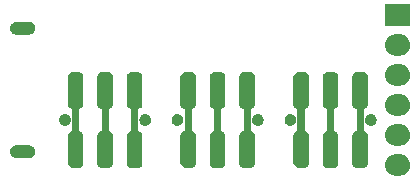
<source format=gbs>
%TF.GenerationSoftware,KiCad,Pcbnew,7.0.11*%
%TF.CreationDate,2025-12-26T11:46:50-08:00*%
%TF.ProjectId,uart-friend-c,75617274-2d66-4726-9965-6e642d632e6b,rev?*%
%TF.SameCoordinates,PX9765530PY6521e48*%
%TF.FileFunction,Soldermask,Bot*%
%TF.FilePolarity,Negative*%
%FSLAX46Y46*%
G04 Gerber Fmt 4.6, Leading zero omitted, Abs format (unit mm)*
G04 Created by KiCad (PCBNEW 7.0.11) date 2025-12-26 11:46:50*
%MOMM*%
%LPD*%
G01*
G04 APERTURE LIST*
G04 APERTURE END LIST*
G36*
X29998584Y3453476D02*
G01*
X30088548Y3448913D01*
X30137282Y3438899D01*
X30187348Y3433636D01*
X30229439Y3419960D01*
X30270824Y3411455D01*
X30318248Y3391104D01*
X30368995Y3374615D01*
X30404674Y3354016D01*
X30440646Y3338579D01*
X30485573Y3307309D01*
X30534401Y3279118D01*
X30562751Y3253592D01*
X30592324Y3233008D01*
X30632194Y3191064D01*
X30676337Y3151318D01*
X30696966Y3122925D01*
X30719650Y3099061D01*
X30751927Y3047277D01*
X30788601Y2996800D01*
X30801629Y2967538D01*
X30817402Y2942233D01*
X30839692Y2882046D01*
X30866285Y2822318D01*
X30872308Y2793979D01*
X30881586Y2768929D01*
X30891786Y2702344D01*
X30905995Y2635497D01*
X30905995Y2609594D01*
X30909569Y2586263D01*
X30905995Y2515788D01*
X30905995Y2444503D01*
X30901247Y2422167D01*
X30900209Y2401694D01*
X30881705Y2330232D01*
X30866285Y2257682D01*
X30858246Y2239628D01*
X30853887Y2222790D01*
X30819915Y2153533D01*
X30788601Y2083200D01*
X30778795Y2069704D01*
X30772504Y2056878D01*
X30723186Y1993165D01*
X30676337Y1928682D01*
X30666227Y1919580D01*
X30659383Y1910737D01*
X30595492Y1855890D01*
X30534401Y1800882D01*
X30525286Y1795620D01*
X30519162Y1790362D01*
X30441958Y1747511D01*
X30368995Y1705385D01*
X30361924Y1703088D01*
X30357583Y1700678D01*
X30268166Y1672624D01*
X30187348Y1646364D01*
X30183020Y1645910D01*
X30181251Y1645354D01*
X30072923Y1634338D01*
X29997400Y1626400D01*
X29994869Y1626400D01*
X29693870Y1626400D01*
X29692600Y1626400D01*
X29691415Y1626525D01*
X29601451Y1631088D01*
X29552725Y1641102D01*
X29502652Y1646364D01*
X29460553Y1660043D01*
X29419175Y1668546D01*
X29371756Y1688895D01*
X29321005Y1705385D01*
X29285321Y1725987D01*
X29249353Y1741422D01*
X29204428Y1772691D01*
X29155599Y1800882D01*
X29127247Y1826411D01*
X29097675Y1846993D01*
X29057804Y1888937D01*
X29013663Y1928682D01*
X28993033Y1957076D01*
X28970349Y1980940D01*
X28938069Y2032728D01*
X28901399Y2083200D01*
X28888371Y2112460D01*
X28872597Y2137768D01*
X28850303Y2197963D01*
X28823715Y2257682D01*
X28817692Y2286018D01*
X28808413Y2311072D01*
X28798210Y2377672D01*
X28784005Y2444503D01*
X28784005Y2470402D01*
X28780430Y2493738D01*
X28784005Y2564234D01*
X28784005Y2635497D01*
X28788751Y2657828D01*
X28789790Y2678307D01*
X28808299Y2749796D01*
X28823715Y2822318D01*
X28831750Y2840367D01*
X28836112Y2857211D01*
X28870099Y2926501D01*
X28901399Y2996800D01*
X28911200Y3010291D01*
X28917495Y3023123D01*
X28966840Y3086873D01*
X29013663Y3151318D01*
X29023766Y3160416D01*
X29030616Y3169264D01*
X29094551Y3224151D01*
X29155599Y3279118D01*
X29164706Y3284377D01*
X29170837Y3289639D01*
X29248111Y3332531D01*
X29321005Y3374615D01*
X29328069Y3376911D01*
X29332416Y3379323D01*
X29421951Y3407415D01*
X29502652Y3433636D01*
X29506973Y3434091D01*
X29508748Y3434647D01*
X29617212Y3445677D01*
X29692600Y3453600D01*
X29997400Y3453600D01*
X29998584Y3453476D01*
G37*
G36*
X2876074Y10400000D02*
G01*
X2880000Y10400000D01*
X2979868Y10385450D01*
X2985586Y10382655D01*
X2987962Y10382278D01*
X3025987Y10362904D01*
X3083377Y10334847D01*
X3164847Y10253377D01*
X3192907Y10195980D01*
X3212276Y10157966D01*
X3212652Y10155592D01*
X3215450Y10149868D01*
X3230000Y10050000D01*
X3230000Y7650000D01*
X3215450Y7550132D01*
X3212652Y7544411D01*
X3212277Y7542038D01*
X3192926Y7504061D01*
X3164847Y7446623D01*
X3083377Y7365153D01*
X3025955Y7337081D01*
X2987965Y7317724D01*
X2985591Y7317349D01*
X2979868Y7314550D01*
X2903053Y7303359D01*
X2880000Y7276369D01*
X2880000Y5423635D01*
X2903054Y5396642D01*
X2979868Y5385450D01*
X2985586Y5382655D01*
X2987963Y5382278D01*
X3026002Y5362896D01*
X3083377Y5334847D01*
X3164847Y5253377D01*
X3192907Y5195980D01*
X3212276Y5157966D01*
X3212652Y5155592D01*
X3215450Y5149868D01*
X3230000Y5050000D01*
X3230000Y2650000D01*
X3215450Y2550132D01*
X3212652Y2544411D01*
X3212277Y2542038D01*
X3192926Y2504061D01*
X3164847Y2446623D01*
X3083377Y2365153D01*
X3025955Y2337081D01*
X2987965Y2317724D01*
X2985591Y2317349D01*
X2979868Y2314550D01*
X2880000Y2300000D01*
X2280000Y2300000D01*
X2260866Y2303806D01*
X2244646Y2314644D01*
X1944645Y2614645D01*
X1933806Y2630866D01*
X1930001Y2649999D01*
X1930000Y2654914D01*
X1929999Y2654924D01*
X1929999Y5046069D01*
X1930000Y5046076D01*
X1930000Y5050000D01*
X1944550Y5149868D01*
X1947345Y5155587D01*
X1947722Y5157963D01*
X1967108Y5196013D01*
X1995153Y5253377D01*
X2076623Y5334847D01*
X2133987Y5362892D01*
X2172037Y5382278D01*
X2174413Y5382655D01*
X2180132Y5385450D01*
X2256945Y5396642D01*
X2280000Y5423634D01*
X2280000Y7276366D01*
X2256945Y7303359D01*
X2180132Y7314550D01*
X2174410Y7317348D01*
X2172037Y7317723D01*
X2134035Y7337086D01*
X2076623Y7365153D01*
X1995153Y7446623D01*
X1967104Y7503997D01*
X1947723Y7542035D01*
X1947346Y7544412D01*
X1944550Y7550132D01*
X1930000Y7650000D01*
X1930000Y10050000D01*
X1933806Y10069134D01*
X1944644Y10085354D01*
X2065553Y10206263D01*
X2241163Y10381874D01*
X2241166Y10381877D01*
X2244645Y10385355D01*
X2260866Y10396194D01*
X2279999Y10399999D01*
X2284912Y10400000D01*
X2284923Y10400001D01*
X2876068Y10400001D01*
X2876074Y10400000D01*
G37*
G36*
X5479868Y10385450D02*
G01*
X5485586Y10382655D01*
X5487962Y10382278D01*
X5525987Y10362904D01*
X5583377Y10334847D01*
X5664847Y10253377D01*
X5692907Y10195980D01*
X5712276Y10157966D01*
X5712652Y10155592D01*
X5715450Y10149868D01*
X5730000Y10050000D01*
X5730000Y7650000D01*
X5715450Y7550132D01*
X5712652Y7544411D01*
X5712277Y7542038D01*
X5692926Y7504061D01*
X5664847Y7446623D01*
X5583377Y7365153D01*
X5525955Y7337081D01*
X5487965Y7317724D01*
X5485591Y7317349D01*
X5479868Y7314550D01*
X5403053Y7303359D01*
X5380000Y7276369D01*
X5380000Y5423635D01*
X5403054Y5396642D01*
X5479868Y5385450D01*
X5485586Y5382655D01*
X5487963Y5382278D01*
X5526002Y5362896D01*
X5583377Y5334847D01*
X5664847Y5253377D01*
X5692907Y5195980D01*
X5712276Y5157966D01*
X5712652Y5155592D01*
X5715450Y5149868D01*
X5730000Y5050000D01*
X5730000Y2650000D01*
X5715450Y2550132D01*
X5712652Y2544411D01*
X5712277Y2542038D01*
X5692926Y2504061D01*
X5664847Y2446623D01*
X5583377Y2365153D01*
X5525955Y2337081D01*
X5487965Y2317724D01*
X5485591Y2317349D01*
X5479868Y2314550D01*
X5380000Y2300000D01*
X4780000Y2300000D01*
X4680132Y2314550D01*
X4674410Y2317348D01*
X4672037Y2317723D01*
X4634035Y2337086D01*
X4576623Y2365153D01*
X4495153Y2446623D01*
X4467104Y2503997D01*
X4447723Y2542035D01*
X4447346Y2544412D01*
X4444550Y2550132D01*
X4430000Y2650000D01*
X4430000Y5050000D01*
X4444550Y5149868D01*
X4447345Y5155587D01*
X4447722Y5157963D01*
X4467108Y5196013D01*
X4495153Y5253377D01*
X4576623Y5334847D01*
X4633987Y5362892D01*
X4672037Y5382278D01*
X4674413Y5382655D01*
X4680132Y5385450D01*
X4756945Y5396642D01*
X4780000Y5423634D01*
X4780000Y7276366D01*
X4756945Y7303359D01*
X4680132Y7314550D01*
X4674410Y7317348D01*
X4672037Y7317723D01*
X4634035Y7337086D01*
X4576623Y7365153D01*
X4495153Y7446623D01*
X4467104Y7503997D01*
X4447723Y7542035D01*
X4447346Y7544412D01*
X4444550Y7550132D01*
X4430000Y7650000D01*
X4430000Y10050000D01*
X4444550Y10149868D01*
X4447345Y10155587D01*
X4447722Y10157963D01*
X4467108Y10196013D01*
X4495153Y10253377D01*
X4576623Y10334847D01*
X4633971Y10362884D01*
X4672034Y10382277D01*
X4674411Y10382654D01*
X4680132Y10385450D01*
X4780000Y10400000D01*
X5380000Y10400000D01*
X5479868Y10385450D01*
G37*
G36*
X7979868Y10385450D02*
G01*
X7985586Y10382655D01*
X7987962Y10382278D01*
X8025987Y10362904D01*
X8083377Y10334847D01*
X8164847Y10253377D01*
X8192907Y10195980D01*
X8212276Y10157966D01*
X8212652Y10155592D01*
X8215450Y10149868D01*
X8230000Y10050000D01*
X8230000Y7650000D01*
X8215450Y7550132D01*
X8212652Y7544411D01*
X8212277Y7542038D01*
X8192926Y7504061D01*
X8164847Y7446623D01*
X8083377Y7365153D01*
X8025955Y7337081D01*
X7987965Y7317724D01*
X7985591Y7317349D01*
X7979868Y7314550D01*
X7903053Y7303359D01*
X7880000Y7276369D01*
X7880000Y5423635D01*
X7903054Y5396642D01*
X7979868Y5385450D01*
X7985586Y5382655D01*
X7987963Y5382278D01*
X8026002Y5362896D01*
X8083377Y5334847D01*
X8164847Y5253377D01*
X8192907Y5195980D01*
X8212276Y5157966D01*
X8212652Y5155592D01*
X8215450Y5149868D01*
X8230000Y5050000D01*
X8230000Y2650000D01*
X8215450Y2550132D01*
X8212652Y2544411D01*
X8212277Y2542038D01*
X8192926Y2504061D01*
X8164847Y2446623D01*
X8083377Y2365153D01*
X8025955Y2337081D01*
X7987965Y2317724D01*
X7985591Y2317349D01*
X7979868Y2314550D01*
X7880000Y2300000D01*
X7280000Y2300000D01*
X7180132Y2314550D01*
X7174410Y2317348D01*
X7172037Y2317723D01*
X7134035Y2337086D01*
X7076623Y2365153D01*
X6995153Y2446623D01*
X6967104Y2503997D01*
X6947723Y2542035D01*
X6947346Y2544412D01*
X6944550Y2550132D01*
X6930000Y2650000D01*
X6930000Y5050000D01*
X6944550Y5149868D01*
X6947345Y5155587D01*
X6947722Y5157963D01*
X6967108Y5196013D01*
X6995153Y5253377D01*
X7076623Y5334847D01*
X7133987Y5362892D01*
X7172037Y5382278D01*
X7174413Y5382655D01*
X7180132Y5385450D01*
X7256945Y5396642D01*
X7280000Y5423634D01*
X7280000Y7276366D01*
X7256945Y7303359D01*
X7180132Y7314550D01*
X7174410Y7317348D01*
X7172037Y7317723D01*
X7134035Y7337086D01*
X7076623Y7365153D01*
X6995153Y7446623D01*
X6967104Y7503997D01*
X6947723Y7542035D01*
X6947346Y7544412D01*
X6944550Y7550132D01*
X6930000Y7650000D01*
X6930000Y10050000D01*
X6944550Y10149868D01*
X6947345Y10155587D01*
X6947722Y10157963D01*
X6967108Y10196013D01*
X6995153Y10253377D01*
X7076623Y10334847D01*
X7133971Y10362884D01*
X7172034Y10382277D01*
X7174411Y10382654D01*
X7180132Y10385450D01*
X7280000Y10400000D01*
X7880000Y10400000D01*
X7979868Y10385450D01*
G37*
G36*
X12401074Y10400000D02*
G01*
X12405000Y10400000D01*
X12504868Y10385450D01*
X12510586Y10382655D01*
X12512962Y10382278D01*
X12550987Y10362904D01*
X12608377Y10334847D01*
X12689847Y10253377D01*
X12717907Y10195980D01*
X12737276Y10157966D01*
X12737652Y10155592D01*
X12740450Y10149868D01*
X12755000Y10050000D01*
X12755000Y7650000D01*
X12740450Y7550132D01*
X12737652Y7544411D01*
X12737277Y7542038D01*
X12717926Y7504061D01*
X12689847Y7446623D01*
X12608377Y7365153D01*
X12550955Y7337081D01*
X12512965Y7317724D01*
X12510591Y7317349D01*
X12504868Y7314550D01*
X12428053Y7303359D01*
X12405000Y7276369D01*
X12405000Y5423635D01*
X12428054Y5396642D01*
X12504868Y5385450D01*
X12510586Y5382655D01*
X12512963Y5382278D01*
X12551002Y5362896D01*
X12608377Y5334847D01*
X12689847Y5253377D01*
X12717907Y5195980D01*
X12737276Y5157966D01*
X12737652Y5155592D01*
X12740450Y5149868D01*
X12755000Y5050000D01*
X12755000Y2650000D01*
X12740450Y2550132D01*
X12737652Y2544411D01*
X12737277Y2542038D01*
X12717926Y2504061D01*
X12689847Y2446623D01*
X12608377Y2365153D01*
X12550955Y2337081D01*
X12512965Y2317724D01*
X12510591Y2317349D01*
X12504868Y2314550D01*
X12405000Y2300000D01*
X11805000Y2300000D01*
X11785866Y2303806D01*
X11769646Y2314644D01*
X11469645Y2614645D01*
X11458806Y2630866D01*
X11455001Y2649999D01*
X11455000Y2654914D01*
X11454999Y2654924D01*
X11454999Y5046069D01*
X11455000Y5046076D01*
X11455000Y5050000D01*
X11469550Y5149868D01*
X11472345Y5155587D01*
X11472722Y5157963D01*
X11492108Y5196013D01*
X11520153Y5253377D01*
X11601623Y5334847D01*
X11658987Y5362892D01*
X11697037Y5382278D01*
X11699413Y5382655D01*
X11705132Y5385450D01*
X11781945Y5396642D01*
X11805000Y5423634D01*
X11805000Y7276366D01*
X11781945Y7303359D01*
X11705132Y7314550D01*
X11699410Y7317348D01*
X11697037Y7317723D01*
X11659035Y7337086D01*
X11601623Y7365153D01*
X11520153Y7446623D01*
X11492104Y7503997D01*
X11472723Y7542035D01*
X11472346Y7544412D01*
X11469550Y7550132D01*
X11455000Y7650000D01*
X11455000Y10050000D01*
X11458806Y10069134D01*
X11469644Y10085354D01*
X11590553Y10206263D01*
X11766163Y10381874D01*
X11766166Y10381877D01*
X11769645Y10385355D01*
X11785866Y10396194D01*
X11804999Y10399999D01*
X11809912Y10400000D01*
X11809923Y10400001D01*
X12401068Y10400001D01*
X12401074Y10400000D01*
G37*
G36*
X15004868Y10385450D02*
G01*
X15010586Y10382655D01*
X15012962Y10382278D01*
X15050987Y10362904D01*
X15108377Y10334847D01*
X15189847Y10253377D01*
X15217907Y10195980D01*
X15237276Y10157966D01*
X15237652Y10155592D01*
X15240450Y10149868D01*
X15255000Y10050000D01*
X15255000Y7650000D01*
X15240450Y7550132D01*
X15237652Y7544411D01*
X15237277Y7542038D01*
X15217926Y7504061D01*
X15189847Y7446623D01*
X15108377Y7365153D01*
X15050955Y7337081D01*
X15012965Y7317724D01*
X15010591Y7317349D01*
X15004868Y7314550D01*
X14928053Y7303359D01*
X14905000Y7276369D01*
X14905000Y5423635D01*
X14928054Y5396642D01*
X15004868Y5385450D01*
X15010586Y5382655D01*
X15012963Y5382278D01*
X15051002Y5362896D01*
X15108377Y5334847D01*
X15189847Y5253377D01*
X15217907Y5195980D01*
X15237276Y5157966D01*
X15237652Y5155592D01*
X15240450Y5149868D01*
X15255000Y5050000D01*
X15255000Y2650000D01*
X15240450Y2550132D01*
X15237652Y2544411D01*
X15237277Y2542038D01*
X15217926Y2504061D01*
X15189847Y2446623D01*
X15108377Y2365153D01*
X15050955Y2337081D01*
X15012965Y2317724D01*
X15010591Y2317349D01*
X15004868Y2314550D01*
X14905000Y2300000D01*
X14305000Y2300000D01*
X14205132Y2314550D01*
X14199410Y2317348D01*
X14197037Y2317723D01*
X14159035Y2337086D01*
X14101623Y2365153D01*
X14020153Y2446623D01*
X13992104Y2503997D01*
X13972723Y2542035D01*
X13972346Y2544412D01*
X13969550Y2550132D01*
X13955000Y2650000D01*
X13955000Y5050000D01*
X13969550Y5149868D01*
X13972345Y5155587D01*
X13972722Y5157963D01*
X13992108Y5196013D01*
X14020153Y5253377D01*
X14101623Y5334847D01*
X14158987Y5362892D01*
X14197037Y5382278D01*
X14199413Y5382655D01*
X14205132Y5385450D01*
X14281945Y5396642D01*
X14305000Y5423634D01*
X14305000Y7276366D01*
X14281945Y7303359D01*
X14205132Y7314550D01*
X14199410Y7317348D01*
X14197037Y7317723D01*
X14159035Y7337086D01*
X14101623Y7365153D01*
X14020153Y7446623D01*
X13992104Y7503997D01*
X13972723Y7542035D01*
X13972346Y7544412D01*
X13969550Y7550132D01*
X13955000Y7650000D01*
X13955000Y10050000D01*
X13969550Y10149868D01*
X13972345Y10155587D01*
X13972722Y10157963D01*
X13992108Y10196013D01*
X14020153Y10253377D01*
X14101623Y10334847D01*
X14158971Y10362884D01*
X14197034Y10382277D01*
X14199411Y10382654D01*
X14205132Y10385450D01*
X14305000Y10400000D01*
X14905000Y10400000D01*
X15004868Y10385450D01*
G37*
G36*
X17504868Y10385450D02*
G01*
X17510586Y10382655D01*
X17512962Y10382278D01*
X17550987Y10362904D01*
X17608377Y10334847D01*
X17689847Y10253377D01*
X17717907Y10195980D01*
X17737276Y10157966D01*
X17737652Y10155592D01*
X17740450Y10149868D01*
X17755000Y10050000D01*
X17755000Y7650000D01*
X17740450Y7550132D01*
X17737652Y7544411D01*
X17737277Y7542038D01*
X17717926Y7504061D01*
X17689847Y7446623D01*
X17608377Y7365153D01*
X17550955Y7337081D01*
X17512965Y7317724D01*
X17510591Y7317349D01*
X17504868Y7314550D01*
X17428053Y7303359D01*
X17405000Y7276369D01*
X17405000Y5423635D01*
X17428054Y5396642D01*
X17504868Y5385450D01*
X17510586Y5382655D01*
X17512963Y5382278D01*
X17551002Y5362896D01*
X17608377Y5334847D01*
X17689847Y5253377D01*
X17717907Y5195980D01*
X17737276Y5157966D01*
X17737652Y5155592D01*
X17740450Y5149868D01*
X17755000Y5050000D01*
X17755000Y2650000D01*
X17740450Y2550132D01*
X17737652Y2544411D01*
X17737277Y2542038D01*
X17717926Y2504061D01*
X17689847Y2446623D01*
X17608377Y2365153D01*
X17550955Y2337081D01*
X17512965Y2317724D01*
X17510591Y2317349D01*
X17504868Y2314550D01*
X17405000Y2300000D01*
X16805000Y2300000D01*
X16705132Y2314550D01*
X16699410Y2317348D01*
X16697037Y2317723D01*
X16659035Y2337086D01*
X16601623Y2365153D01*
X16520153Y2446623D01*
X16492104Y2503997D01*
X16472723Y2542035D01*
X16472346Y2544412D01*
X16469550Y2550132D01*
X16455000Y2650000D01*
X16455000Y5050000D01*
X16469550Y5149868D01*
X16472345Y5155587D01*
X16472722Y5157963D01*
X16492108Y5196013D01*
X16520153Y5253377D01*
X16601623Y5334847D01*
X16658987Y5362892D01*
X16697037Y5382278D01*
X16699413Y5382655D01*
X16705132Y5385450D01*
X16781945Y5396642D01*
X16805000Y5423634D01*
X16805000Y7276366D01*
X16781945Y7303359D01*
X16705132Y7314550D01*
X16699410Y7317348D01*
X16697037Y7317723D01*
X16659035Y7337086D01*
X16601623Y7365153D01*
X16520153Y7446623D01*
X16492104Y7503997D01*
X16472723Y7542035D01*
X16472346Y7544412D01*
X16469550Y7550132D01*
X16455000Y7650000D01*
X16455000Y10050000D01*
X16469550Y10149868D01*
X16472345Y10155587D01*
X16472722Y10157963D01*
X16492108Y10196013D01*
X16520153Y10253377D01*
X16601623Y10334847D01*
X16658971Y10362884D01*
X16697034Y10382277D01*
X16699411Y10382654D01*
X16705132Y10385450D01*
X16805000Y10400000D01*
X17405000Y10400000D01*
X17504868Y10385450D01*
G37*
G36*
X21966074Y10400000D02*
G01*
X21970000Y10400000D01*
X22069868Y10385450D01*
X22075586Y10382655D01*
X22077962Y10382278D01*
X22115987Y10362904D01*
X22173377Y10334847D01*
X22254847Y10253377D01*
X22282907Y10195980D01*
X22302276Y10157966D01*
X22302652Y10155592D01*
X22305450Y10149868D01*
X22320000Y10050000D01*
X22320000Y7650000D01*
X22305450Y7550132D01*
X22302652Y7544411D01*
X22302277Y7542038D01*
X22282926Y7504061D01*
X22254847Y7446623D01*
X22173377Y7365153D01*
X22115955Y7337081D01*
X22077965Y7317724D01*
X22075591Y7317349D01*
X22069868Y7314550D01*
X21993053Y7303359D01*
X21970000Y7276369D01*
X21970000Y5423635D01*
X21993054Y5396642D01*
X22069868Y5385450D01*
X22075586Y5382655D01*
X22077963Y5382278D01*
X22116002Y5362896D01*
X22173377Y5334847D01*
X22254847Y5253377D01*
X22282907Y5195980D01*
X22302276Y5157966D01*
X22302652Y5155592D01*
X22305450Y5149868D01*
X22320000Y5050000D01*
X22320000Y2650000D01*
X22305450Y2550132D01*
X22302652Y2544411D01*
X22302277Y2542038D01*
X22282926Y2504061D01*
X22254847Y2446623D01*
X22173377Y2365153D01*
X22115955Y2337081D01*
X22077965Y2317724D01*
X22075591Y2317349D01*
X22069868Y2314550D01*
X21970000Y2300000D01*
X21370000Y2300000D01*
X21350866Y2303806D01*
X21334646Y2314644D01*
X21034645Y2614645D01*
X21023806Y2630866D01*
X21020001Y2649999D01*
X21020000Y2654914D01*
X21019999Y2654924D01*
X21019999Y5046069D01*
X21020000Y5046076D01*
X21020000Y5050000D01*
X21034550Y5149868D01*
X21037345Y5155587D01*
X21037722Y5157963D01*
X21057108Y5196013D01*
X21085153Y5253377D01*
X21166623Y5334847D01*
X21223987Y5362892D01*
X21262037Y5382278D01*
X21264413Y5382655D01*
X21270132Y5385450D01*
X21346945Y5396642D01*
X21370000Y5423634D01*
X21370000Y7276366D01*
X21346945Y7303359D01*
X21270132Y7314550D01*
X21264410Y7317348D01*
X21262037Y7317723D01*
X21224035Y7337086D01*
X21166623Y7365153D01*
X21085153Y7446623D01*
X21057104Y7503997D01*
X21037723Y7542035D01*
X21037346Y7544412D01*
X21034550Y7550132D01*
X21020000Y7650000D01*
X21020000Y10050000D01*
X21023806Y10069134D01*
X21034644Y10085354D01*
X21155553Y10206263D01*
X21331163Y10381874D01*
X21331166Y10381877D01*
X21334645Y10385355D01*
X21350866Y10396194D01*
X21369999Y10399999D01*
X21374912Y10400000D01*
X21374923Y10400001D01*
X21966068Y10400001D01*
X21966074Y10400000D01*
G37*
G36*
X24569868Y10385450D02*
G01*
X24575586Y10382655D01*
X24577962Y10382278D01*
X24615987Y10362904D01*
X24673377Y10334847D01*
X24754847Y10253377D01*
X24782907Y10195980D01*
X24802276Y10157966D01*
X24802652Y10155592D01*
X24805450Y10149868D01*
X24820000Y10050000D01*
X24820000Y7650000D01*
X24805450Y7550132D01*
X24802652Y7544411D01*
X24802277Y7542038D01*
X24782926Y7504061D01*
X24754847Y7446623D01*
X24673377Y7365153D01*
X24615955Y7337081D01*
X24577965Y7317724D01*
X24575591Y7317349D01*
X24569868Y7314550D01*
X24493053Y7303359D01*
X24470000Y7276369D01*
X24470000Y5423635D01*
X24493054Y5396642D01*
X24569868Y5385450D01*
X24575586Y5382655D01*
X24577963Y5382278D01*
X24616002Y5362896D01*
X24673377Y5334847D01*
X24754847Y5253377D01*
X24782907Y5195980D01*
X24802276Y5157966D01*
X24802652Y5155592D01*
X24805450Y5149868D01*
X24820000Y5050000D01*
X24820000Y2650000D01*
X24805450Y2550132D01*
X24802652Y2544411D01*
X24802277Y2542038D01*
X24782926Y2504061D01*
X24754847Y2446623D01*
X24673377Y2365153D01*
X24615955Y2337081D01*
X24577965Y2317724D01*
X24575591Y2317349D01*
X24569868Y2314550D01*
X24470000Y2300000D01*
X23870000Y2300000D01*
X23770132Y2314550D01*
X23764410Y2317348D01*
X23762037Y2317723D01*
X23724035Y2337086D01*
X23666623Y2365153D01*
X23585153Y2446623D01*
X23557104Y2503997D01*
X23537723Y2542035D01*
X23537346Y2544412D01*
X23534550Y2550132D01*
X23520000Y2650000D01*
X23520000Y5050000D01*
X23534550Y5149868D01*
X23537345Y5155587D01*
X23537722Y5157963D01*
X23557108Y5196013D01*
X23585153Y5253377D01*
X23666623Y5334847D01*
X23723987Y5362892D01*
X23762037Y5382278D01*
X23764413Y5382655D01*
X23770132Y5385450D01*
X23846945Y5396642D01*
X23870000Y5423634D01*
X23870000Y7276366D01*
X23846945Y7303359D01*
X23770132Y7314550D01*
X23764410Y7317348D01*
X23762037Y7317723D01*
X23724035Y7337086D01*
X23666623Y7365153D01*
X23585153Y7446623D01*
X23557104Y7503997D01*
X23537723Y7542035D01*
X23537346Y7544412D01*
X23534550Y7550132D01*
X23520000Y7650000D01*
X23520000Y10050000D01*
X23534550Y10149868D01*
X23537345Y10155587D01*
X23537722Y10157963D01*
X23557108Y10196013D01*
X23585153Y10253377D01*
X23666623Y10334847D01*
X23723971Y10362884D01*
X23762034Y10382277D01*
X23764411Y10382654D01*
X23770132Y10385450D01*
X23870000Y10400000D01*
X24470000Y10400000D01*
X24569868Y10385450D01*
G37*
G36*
X27069868Y10385450D02*
G01*
X27075586Y10382655D01*
X27077962Y10382278D01*
X27115987Y10362904D01*
X27173377Y10334847D01*
X27254847Y10253377D01*
X27282907Y10195980D01*
X27302276Y10157966D01*
X27302652Y10155592D01*
X27305450Y10149868D01*
X27320000Y10050000D01*
X27320000Y7650000D01*
X27305450Y7550132D01*
X27302652Y7544411D01*
X27302277Y7542038D01*
X27282926Y7504061D01*
X27254847Y7446623D01*
X27173377Y7365153D01*
X27115955Y7337081D01*
X27077965Y7317724D01*
X27075591Y7317349D01*
X27069868Y7314550D01*
X26993053Y7303359D01*
X26970000Y7276369D01*
X26970000Y5423635D01*
X26993054Y5396642D01*
X27069868Y5385450D01*
X27075586Y5382655D01*
X27077963Y5382278D01*
X27116002Y5362896D01*
X27173377Y5334847D01*
X27254847Y5253377D01*
X27282907Y5195980D01*
X27302276Y5157966D01*
X27302652Y5155592D01*
X27305450Y5149868D01*
X27320000Y5050000D01*
X27320000Y2650000D01*
X27305450Y2550132D01*
X27302652Y2544411D01*
X27302277Y2542038D01*
X27282926Y2504061D01*
X27254847Y2446623D01*
X27173377Y2365153D01*
X27115955Y2337081D01*
X27077965Y2317724D01*
X27075591Y2317349D01*
X27069868Y2314550D01*
X26970000Y2300000D01*
X26370000Y2300000D01*
X26270132Y2314550D01*
X26264410Y2317348D01*
X26262037Y2317723D01*
X26224035Y2337086D01*
X26166623Y2365153D01*
X26085153Y2446623D01*
X26057104Y2503997D01*
X26037723Y2542035D01*
X26037346Y2544412D01*
X26034550Y2550132D01*
X26020000Y2650000D01*
X26020000Y5050000D01*
X26034550Y5149868D01*
X26037345Y5155587D01*
X26037722Y5157963D01*
X26057108Y5196013D01*
X26085153Y5253377D01*
X26166623Y5334847D01*
X26223987Y5362892D01*
X26262037Y5382278D01*
X26264413Y5382655D01*
X26270132Y5385450D01*
X26346945Y5396642D01*
X26370000Y5423634D01*
X26370000Y7276366D01*
X26346945Y7303359D01*
X26270132Y7314550D01*
X26264410Y7317348D01*
X26262037Y7317723D01*
X26224035Y7337086D01*
X26166623Y7365153D01*
X26085153Y7446623D01*
X26057104Y7503997D01*
X26037723Y7542035D01*
X26037346Y7544412D01*
X26034550Y7550132D01*
X26020000Y7650000D01*
X26020000Y10050000D01*
X26034550Y10149868D01*
X26037345Y10155587D01*
X26037722Y10157963D01*
X26057108Y10196013D01*
X26085153Y10253377D01*
X26166623Y10334847D01*
X26223971Y10362884D01*
X26262034Y10382277D01*
X26264411Y10382654D01*
X26270132Y10385450D01*
X26370000Y10400000D01*
X26970000Y10400000D01*
X27069868Y10385450D01*
G37*
G36*
X-1315108Y4209877D02*
G01*
X-1280321Y4200131D01*
X-1247763Y4195844D01*
X-1211683Y4180899D01*
X-1170879Y4169466D01*
X-1142673Y4152314D01*
X-1115216Y4140940D01*
X-1081778Y4115282D01*
X-1042902Y4091641D01*
X-1022504Y4069800D01*
X-1001397Y4053604D01*
X-973852Y4017707D01*
X-940667Y3982174D01*
X-928356Y3958414D01*
X-914061Y3939785D01*
X-895565Y3895132D01*
X-871756Y3849184D01*
X-866949Y3826048D01*
X-859157Y3807238D01*
X-852446Y3756254D01*
X-841282Y3702533D01*
X-842681Y3682083D01*
X-840432Y3665000D01*
X-847546Y3610963D01*
X-851504Y3553099D01*
X-857317Y3536745D01*
X-859157Y3522763D01*
X-881187Y3469580D01*
X-901663Y3411964D01*
X-909866Y3400345D01*
X-914060Y3390217D01*
X-950940Y3342156D01*
X-988040Y3289596D01*
X-996638Y3282602D01*
X-1001399Y3276396D01*
X-1051830Y3237700D01*
X-1104229Y3195069D01*
X-1111505Y3191909D01*
X-1115216Y3189061D01*
X-1176572Y3163647D01*
X-1241612Y3135395D01*
X-1246345Y3134745D01*
X-1247763Y3134157D01*
X-1315551Y3125233D01*
X-1390000Y3115000D01*
X-1393275Y3115000D01*
X-2416725Y3115000D01*
X-2420000Y3115000D01*
X-2494892Y3120123D01*
X-2529684Y3129872D01*
X-2562238Y3134157D01*
X-2598314Y3149101D01*
X-2639121Y3160534D01*
X-2667331Y3177689D01*
X-2694785Y3189061D01*
X-2728222Y3214718D01*
X-2767098Y3238359D01*
X-2787498Y3260202D01*
X-2808604Y3276397D01*
X-2836150Y3312296D01*
X-2869333Y3347826D01*
X-2881645Y3371586D01*
X-2895940Y3390216D01*
X-2914439Y3434874D01*
X-2938244Y3480816D01*
X-2943052Y3503951D01*
X-2950844Y3522763D01*
X-2957558Y3573759D01*
X-2968718Y3627467D01*
X-2967320Y3647913D01*
X-2969569Y3665000D01*
X-2962453Y3719055D01*
X-2958496Y3776901D01*
X-2952686Y3793251D01*
X-2950844Y3807238D01*
X-2928805Y3860445D01*
X-2908337Y3918036D01*
X-2900139Y3929651D01*
X-2895941Y3939784D01*
X-2859041Y3987874D01*
X-2821960Y4040404D01*
X-2813368Y4047395D01*
X-2808602Y4053605D01*
X-2758133Y4092333D01*
X-2705771Y4134931D01*
X-2698501Y4138090D01*
X-2694785Y4140940D01*
X-2633359Y4166385D01*
X-2568388Y4194605D01*
X-2563661Y4195255D01*
X-2562238Y4195844D01*
X-2494345Y4204782D01*
X-2420000Y4215000D01*
X-1390000Y4215000D01*
X-1315108Y4209877D01*
G37*
G36*
X29998584Y5993476D02*
G01*
X30088548Y5988913D01*
X30137282Y5978899D01*
X30187348Y5973636D01*
X30229439Y5959960D01*
X30270824Y5951455D01*
X30318248Y5931104D01*
X30368995Y5914615D01*
X30404674Y5894016D01*
X30440646Y5878579D01*
X30485573Y5847309D01*
X30534401Y5819118D01*
X30562751Y5793592D01*
X30592324Y5773008D01*
X30632194Y5731064D01*
X30676337Y5691318D01*
X30696966Y5662925D01*
X30719650Y5639061D01*
X30751927Y5587277D01*
X30788601Y5536800D01*
X30801629Y5507538D01*
X30817402Y5482233D01*
X30839692Y5422046D01*
X30866285Y5362318D01*
X30872308Y5333979D01*
X30881586Y5308929D01*
X30891786Y5242344D01*
X30905995Y5175497D01*
X30905995Y5149594D01*
X30909569Y5126263D01*
X30905995Y5055788D01*
X30905995Y4984503D01*
X30901247Y4962167D01*
X30900209Y4941694D01*
X30881705Y4870232D01*
X30866285Y4797682D01*
X30858246Y4779628D01*
X30853887Y4762790D01*
X30819915Y4693533D01*
X30788601Y4623200D01*
X30778795Y4609704D01*
X30772504Y4596878D01*
X30723186Y4533165D01*
X30676337Y4468682D01*
X30666227Y4459580D01*
X30659383Y4450737D01*
X30595492Y4395890D01*
X30534401Y4340882D01*
X30525286Y4335620D01*
X30519162Y4330362D01*
X30441958Y4287511D01*
X30368995Y4245385D01*
X30361924Y4243088D01*
X30357583Y4240678D01*
X30268166Y4212624D01*
X30187348Y4186364D01*
X30183020Y4185910D01*
X30181251Y4185354D01*
X30072923Y4174338D01*
X29997400Y4166400D01*
X29994869Y4166400D01*
X29693870Y4166400D01*
X29692600Y4166400D01*
X29691415Y4166525D01*
X29601451Y4171088D01*
X29552725Y4181102D01*
X29502652Y4186364D01*
X29460553Y4200043D01*
X29419175Y4208546D01*
X29371756Y4228895D01*
X29321005Y4245385D01*
X29285321Y4265987D01*
X29249353Y4281422D01*
X29204428Y4312691D01*
X29155599Y4340882D01*
X29127247Y4366411D01*
X29097675Y4386993D01*
X29057804Y4428937D01*
X29013663Y4468682D01*
X28993033Y4497076D01*
X28970349Y4520940D01*
X28938069Y4572728D01*
X28901399Y4623200D01*
X28888371Y4652460D01*
X28872597Y4677768D01*
X28850303Y4737963D01*
X28823715Y4797682D01*
X28817692Y4826018D01*
X28808413Y4851072D01*
X28798210Y4917672D01*
X28784005Y4984503D01*
X28784005Y5010402D01*
X28780430Y5033738D01*
X28784005Y5104234D01*
X28784005Y5175497D01*
X28788751Y5197828D01*
X28789790Y5218307D01*
X28808299Y5289796D01*
X28823715Y5362318D01*
X28831750Y5380367D01*
X28836112Y5397211D01*
X28870099Y5466501D01*
X28901399Y5536800D01*
X28911200Y5550291D01*
X28917495Y5563123D01*
X28966840Y5626873D01*
X29013663Y5691318D01*
X29023766Y5700416D01*
X29030616Y5709264D01*
X29094551Y5764151D01*
X29155599Y5819118D01*
X29164706Y5824377D01*
X29170837Y5829639D01*
X29248111Y5872531D01*
X29321005Y5914615D01*
X29328069Y5916911D01*
X29332416Y5919323D01*
X29421951Y5947415D01*
X29502652Y5973636D01*
X29506973Y5974091D01*
X29508748Y5974647D01*
X29617212Y5985677D01*
X29692600Y5993600D01*
X29997400Y5993600D01*
X29998584Y5993476D01*
G37*
G36*
X1715381Y6844911D02*
G01*
X1751157Y6844911D01*
X1780235Y6836373D01*
X1809296Y6832547D01*
X1848332Y6816378D01*
X1887708Y6804816D01*
X1908491Y6791460D01*
X1929783Y6782640D01*
X1968798Y6752703D01*
X2007430Y6727875D01*
X2019883Y6713503D01*
X2033249Y6703247D01*
X2067899Y6658090D01*
X2100627Y6620320D01*
X2106134Y6608262D01*
X2112638Y6599785D01*
X2138322Y6537778D01*
X2159746Y6490866D01*
X2160805Y6483500D01*
X2162546Y6479297D01*
X2174880Y6385610D01*
X2180000Y6350000D01*
X2174879Y6314388D01*
X2162546Y6220704D01*
X2160805Y6216502D01*
X2159746Y6209134D01*
X2138321Y6162220D01*
X2112639Y6100217D01*
X2106134Y6091741D01*
X2100627Y6079680D01*
X2067887Y6041897D01*
X2033247Y5996753D01*
X2019887Y5986502D01*
X2007430Y5972125D01*
X1968788Y5947292D01*
X1929783Y5917361D01*
X1908496Y5908544D01*
X1887708Y5895184D01*
X1848323Y5883620D01*
X1809296Y5867454D01*
X1780241Y5863629D01*
X1751157Y5855089D01*
X1715374Y5855089D01*
X1680000Y5850432D01*
X1644626Y5855089D01*
X1608843Y5855089D01*
X1579759Y5863629D01*
X1550703Y5867454D01*
X1511672Y5883621D01*
X1472292Y5895184D01*
X1451505Y5908543D01*
X1430216Y5917361D01*
X1391204Y5947296D01*
X1352570Y5972125D01*
X1340114Y5986500D01*
X1326752Y5996753D01*
X1292103Y6041907D01*
X1259373Y6079680D01*
X1253866Y6091738D01*
X1247360Y6100217D01*
X1221668Y6162243D01*
X1200254Y6209134D01*
X1199195Y6216498D01*
X1197453Y6220704D01*
X1185108Y6314471D01*
X1180000Y6350000D01*
X1185108Y6385527D01*
X1197453Y6479297D01*
X1199195Y6483504D01*
X1200254Y6490866D01*
X1221666Y6537755D01*
X1247361Y6599785D01*
X1253867Y6608265D01*
X1259373Y6620320D01*
X1292089Y6658077D01*
X1326751Y6703249D01*
X1340120Y6713509D01*
X1352570Y6727875D01*
X1391192Y6752697D01*
X1430215Y6782639D01*
X1451508Y6791459D01*
X1472292Y6804816D01*
X1511665Y6816378D01*
X1550703Y6832547D01*
X1579765Y6836374D01*
X1608843Y6844911D01*
X1644618Y6844911D01*
X1680000Y6849569D01*
X1715381Y6844911D01*
G37*
G36*
X8515381Y6844911D02*
G01*
X8551157Y6844911D01*
X8580235Y6836373D01*
X8609296Y6832547D01*
X8648332Y6816378D01*
X8687708Y6804816D01*
X8708491Y6791460D01*
X8729783Y6782640D01*
X8768798Y6752703D01*
X8807430Y6727875D01*
X8819883Y6713503D01*
X8833249Y6703247D01*
X8867899Y6658090D01*
X8900627Y6620320D01*
X8906134Y6608262D01*
X8912638Y6599785D01*
X8938322Y6537778D01*
X8959746Y6490866D01*
X8960805Y6483500D01*
X8962546Y6479297D01*
X8974880Y6385610D01*
X8980000Y6350000D01*
X8974879Y6314388D01*
X8962546Y6220704D01*
X8960805Y6216502D01*
X8959746Y6209134D01*
X8938321Y6162220D01*
X8912639Y6100217D01*
X8906134Y6091741D01*
X8900627Y6079680D01*
X8867887Y6041897D01*
X8833247Y5996753D01*
X8819887Y5986502D01*
X8807430Y5972125D01*
X8768788Y5947292D01*
X8729783Y5917361D01*
X8708496Y5908544D01*
X8687708Y5895184D01*
X8648323Y5883620D01*
X8609296Y5867454D01*
X8580241Y5863629D01*
X8551157Y5855089D01*
X8515374Y5855089D01*
X8480000Y5850432D01*
X8444626Y5855089D01*
X8408843Y5855089D01*
X8379759Y5863629D01*
X8350703Y5867454D01*
X8311672Y5883621D01*
X8272292Y5895184D01*
X8251505Y5908543D01*
X8230216Y5917361D01*
X8191204Y5947296D01*
X8152570Y5972125D01*
X8140114Y5986500D01*
X8126752Y5996753D01*
X8092103Y6041907D01*
X8059373Y6079680D01*
X8053866Y6091738D01*
X8047360Y6100217D01*
X8021668Y6162243D01*
X8000254Y6209134D01*
X7999195Y6216498D01*
X7997453Y6220704D01*
X7985108Y6314471D01*
X7980000Y6350000D01*
X7985108Y6385527D01*
X7997453Y6479297D01*
X7999195Y6483504D01*
X8000254Y6490866D01*
X8021666Y6537755D01*
X8047361Y6599785D01*
X8053867Y6608265D01*
X8059373Y6620320D01*
X8092089Y6658077D01*
X8126751Y6703249D01*
X8140120Y6713509D01*
X8152570Y6727875D01*
X8191192Y6752697D01*
X8230215Y6782639D01*
X8251508Y6791459D01*
X8272292Y6804816D01*
X8311665Y6816378D01*
X8350703Y6832547D01*
X8379765Y6836374D01*
X8408843Y6844911D01*
X8444618Y6844911D01*
X8480000Y6849569D01*
X8515381Y6844911D01*
G37*
G36*
X11240381Y6844911D02*
G01*
X11276157Y6844911D01*
X11305235Y6836373D01*
X11334296Y6832547D01*
X11373332Y6816378D01*
X11412708Y6804816D01*
X11433491Y6791460D01*
X11454783Y6782640D01*
X11493798Y6752703D01*
X11532430Y6727875D01*
X11544883Y6713503D01*
X11558249Y6703247D01*
X11592899Y6658090D01*
X11625627Y6620320D01*
X11631134Y6608262D01*
X11637638Y6599785D01*
X11663322Y6537778D01*
X11684746Y6490866D01*
X11685805Y6483500D01*
X11687546Y6479297D01*
X11699880Y6385610D01*
X11705000Y6350000D01*
X11699879Y6314388D01*
X11687546Y6220704D01*
X11685805Y6216502D01*
X11684746Y6209134D01*
X11663321Y6162220D01*
X11637639Y6100217D01*
X11631134Y6091741D01*
X11625627Y6079680D01*
X11592887Y6041897D01*
X11558247Y5996753D01*
X11544887Y5986502D01*
X11532430Y5972125D01*
X11493788Y5947292D01*
X11454783Y5917361D01*
X11433496Y5908544D01*
X11412708Y5895184D01*
X11373323Y5883620D01*
X11334296Y5867454D01*
X11305241Y5863629D01*
X11276157Y5855089D01*
X11240374Y5855089D01*
X11205000Y5850432D01*
X11169626Y5855089D01*
X11133843Y5855089D01*
X11104759Y5863629D01*
X11075703Y5867454D01*
X11036672Y5883621D01*
X10997292Y5895184D01*
X10976505Y5908543D01*
X10955216Y5917361D01*
X10916204Y5947296D01*
X10877570Y5972125D01*
X10865114Y5986500D01*
X10851752Y5996753D01*
X10817103Y6041907D01*
X10784373Y6079680D01*
X10778866Y6091738D01*
X10772360Y6100217D01*
X10746668Y6162243D01*
X10725254Y6209134D01*
X10724195Y6216498D01*
X10722453Y6220704D01*
X10710108Y6314471D01*
X10705000Y6350000D01*
X10710108Y6385527D01*
X10722453Y6479297D01*
X10724195Y6483504D01*
X10725254Y6490866D01*
X10746666Y6537755D01*
X10772361Y6599785D01*
X10778867Y6608265D01*
X10784373Y6620320D01*
X10817089Y6658077D01*
X10851751Y6703249D01*
X10865120Y6713509D01*
X10877570Y6727875D01*
X10916192Y6752697D01*
X10955215Y6782639D01*
X10976508Y6791459D01*
X10997292Y6804816D01*
X11036665Y6816378D01*
X11075703Y6832547D01*
X11104765Y6836374D01*
X11133843Y6844911D01*
X11169618Y6844911D01*
X11205000Y6849569D01*
X11240381Y6844911D01*
G37*
G36*
X18040381Y6844911D02*
G01*
X18076157Y6844911D01*
X18105235Y6836373D01*
X18134296Y6832547D01*
X18173332Y6816378D01*
X18212708Y6804816D01*
X18233491Y6791460D01*
X18254783Y6782640D01*
X18293798Y6752703D01*
X18332430Y6727875D01*
X18344883Y6713503D01*
X18358249Y6703247D01*
X18392899Y6658090D01*
X18425627Y6620320D01*
X18431134Y6608262D01*
X18437638Y6599785D01*
X18463322Y6537778D01*
X18484746Y6490866D01*
X18485805Y6483500D01*
X18487546Y6479297D01*
X18499880Y6385610D01*
X18505000Y6350000D01*
X18499879Y6314388D01*
X18487546Y6220704D01*
X18485805Y6216502D01*
X18484746Y6209134D01*
X18463321Y6162220D01*
X18437639Y6100217D01*
X18431134Y6091741D01*
X18425627Y6079680D01*
X18392887Y6041897D01*
X18358247Y5996753D01*
X18344887Y5986502D01*
X18332430Y5972125D01*
X18293788Y5947292D01*
X18254783Y5917361D01*
X18233496Y5908544D01*
X18212708Y5895184D01*
X18173323Y5883620D01*
X18134296Y5867454D01*
X18105241Y5863629D01*
X18076157Y5855089D01*
X18040374Y5855089D01*
X18005000Y5850432D01*
X17969626Y5855089D01*
X17933843Y5855089D01*
X17904759Y5863629D01*
X17875703Y5867454D01*
X17836672Y5883621D01*
X17797292Y5895184D01*
X17776505Y5908543D01*
X17755216Y5917361D01*
X17716204Y5947296D01*
X17677570Y5972125D01*
X17665114Y5986500D01*
X17651752Y5996753D01*
X17617103Y6041907D01*
X17584373Y6079680D01*
X17578866Y6091738D01*
X17572360Y6100217D01*
X17546668Y6162243D01*
X17525254Y6209134D01*
X17524195Y6216498D01*
X17522453Y6220704D01*
X17510108Y6314471D01*
X17505000Y6350000D01*
X17510108Y6385527D01*
X17522453Y6479297D01*
X17524195Y6483504D01*
X17525254Y6490866D01*
X17546666Y6537755D01*
X17572361Y6599785D01*
X17578867Y6608265D01*
X17584373Y6620320D01*
X17617089Y6658077D01*
X17651751Y6703249D01*
X17665120Y6713509D01*
X17677570Y6727875D01*
X17716192Y6752697D01*
X17755215Y6782639D01*
X17776508Y6791459D01*
X17797292Y6804816D01*
X17836665Y6816378D01*
X17875703Y6832547D01*
X17904765Y6836374D01*
X17933843Y6844911D01*
X17969618Y6844911D01*
X18005000Y6849569D01*
X18040381Y6844911D01*
G37*
G36*
X20805381Y6844911D02*
G01*
X20841157Y6844911D01*
X20870235Y6836373D01*
X20899296Y6832547D01*
X20938332Y6816378D01*
X20977708Y6804816D01*
X20998491Y6791460D01*
X21019783Y6782640D01*
X21058798Y6752703D01*
X21097430Y6727875D01*
X21109883Y6713503D01*
X21123249Y6703247D01*
X21157899Y6658090D01*
X21190627Y6620320D01*
X21196134Y6608262D01*
X21202638Y6599785D01*
X21228322Y6537778D01*
X21249746Y6490866D01*
X21250805Y6483500D01*
X21252546Y6479297D01*
X21264880Y6385610D01*
X21270000Y6350000D01*
X21264879Y6314388D01*
X21252546Y6220704D01*
X21250805Y6216502D01*
X21249746Y6209134D01*
X21228321Y6162220D01*
X21202639Y6100217D01*
X21196134Y6091741D01*
X21190627Y6079680D01*
X21157887Y6041897D01*
X21123247Y5996753D01*
X21109887Y5986502D01*
X21097430Y5972125D01*
X21058788Y5947292D01*
X21019783Y5917361D01*
X20998496Y5908544D01*
X20977708Y5895184D01*
X20938323Y5883620D01*
X20899296Y5867454D01*
X20870241Y5863629D01*
X20841157Y5855089D01*
X20805374Y5855089D01*
X20770000Y5850432D01*
X20734626Y5855089D01*
X20698843Y5855089D01*
X20669759Y5863629D01*
X20640703Y5867454D01*
X20601672Y5883621D01*
X20562292Y5895184D01*
X20541505Y5908543D01*
X20520216Y5917361D01*
X20481204Y5947296D01*
X20442570Y5972125D01*
X20430114Y5986500D01*
X20416752Y5996753D01*
X20382103Y6041907D01*
X20349373Y6079680D01*
X20343866Y6091738D01*
X20337360Y6100217D01*
X20311668Y6162243D01*
X20290254Y6209134D01*
X20289195Y6216498D01*
X20287453Y6220704D01*
X20275108Y6314471D01*
X20270000Y6350000D01*
X20275108Y6385527D01*
X20287453Y6479297D01*
X20289195Y6483504D01*
X20290254Y6490866D01*
X20311666Y6537755D01*
X20337361Y6599785D01*
X20343867Y6608265D01*
X20349373Y6620320D01*
X20382089Y6658077D01*
X20416751Y6703249D01*
X20430120Y6713509D01*
X20442570Y6727875D01*
X20481192Y6752697D01*
X20520215Y6782639D01*
X20541508Y6791459D01*
X20562292Y6804816D01*
X20601665Y6816378D01*
X20640703Y6832547D01*
X20669765Y6836374D01*
X20698843Y6844911D01*
X20734618Y6844911D01*
X20770000Y6849569D01*
X20805381Y6844911D01*
G37*
G36*
X27605381Y6844911D02*
G01*
X27641157Y6844911D01*
X27670235Y6836373D01*
X27699296Y6832547D01*
X27738332Y6816378D01*
X27777708Y6804816D01*
X27798491Y6791460D01*
X27819783Y6782640D01*
X27858798Y6752703D01*
X27897430Y6727875D01*
X27909883Y6713503D01*
X27923249Y6703247D01*
X27957899Y6658090D01*
X27990627Y6620320D01*
X27996134Y6608262D01*
X28002638Y6599785D01*
X28028322Y6537778D01*
X28049746Y6490866D01*
X28050805Y6483500D01*
X28052546Y6479297D01*
X28064880Y6385610D01*
X28070000Y6350000D01*
X28064879Y6314388D01*
X28052546Y6220704D01*
X28050805Y6216502D01*
X28049746Y6209134D01*
X28028321Y6162220D01*
X28002639Y6100217D01*
X27996134Y6091741D01*
X27990627Y6079680D01*
X27957887Y6041897D01*
X27923247Y5996753D01*
X27909887Y5986502D01*
X27897430Y5972125D01*
X27858788Y5947292D01*
X27819783Y5917361D01*
X27798496Y5908544D01*
X27777708Y5895184D01*
X27738323Y5883620D01*
X27699296Y5867454D01*
X27670241Y5863629D01*
X27641157Y5855089D01*
X27605374Y5855089D01*
X27570000Y5850432D01*
X27534626Y5855089D01*
X27498843Y5855089D01*
X27469759Y5863629D01*
X27440703Y5867454D01*
X27401672Y5883621D01*
X27362292Y5895184D01*
X27341505Y5908543D01*
X27320216Y5917361D01*
X27281204Y5947296D01*
X27242570Y5972125D01*
X27230114Y5986500D01*
X27216752Y5996753D01*
X27182103Y6041907D01*
X27149373Y6079680D01*
X27143866Y6091738D01*
X27137360Y6100217D01*
X27111668Y6162243D01*
X27090254Y6209134D01*
X27089195Y6216498D01*
X27087453Y6220704D01*
X27075108Y6314471D01*
X27070000Y6350000D01*
X27075108Y6385527D01*
X27087453Y6479297D01*
X27089195Y6483504D01*
X27090254Y6490866D01*
X27111666Y6537755D01*
X27137361Y6599785D01*
X27143867Y6608265D01*
X27149373Y6620320D01*
X27182089Y6658077D01*
X27216751Y6703249D01*
X27230120Y6713509D01*
X27242570Y6727875D01*
X27281192Y6752697D01*
X27320215Y6782639D01*
X27341508Y6791459D01*
X27362292Y6804816D01*
X27401665Y6816378D01*
X27440703Y6832547D01*
X27469765Y6836374D01*
X27498843Y6844911D01*
X27534618Y6844911D01*
X27570000Y6849569D01*
X27605381Y6844911D01*
G37*
G36*
X29998584Y8533476D02*
G01*
X30088548Y8528913D01*
X30137282Y8518899D01*
X30187348Y8513636D01*
X30229439Y8499960D01*
X30270824Y8491455D01*
X30318248Y8471104D01*
X30368995Y8454615D01*
X30404674Y8434016D01*
X30440646Y8418579D01*
X30485573Y8387309D01*
X30534401Y8359118D01*
X30562751Y8333592D01*
X30592324Y8313008D01*
X30632194Y8271064D01*
X30676337Y8231318D01*
X30696966Y8202925D01*
X30719650Y8179061D01*
X30751927Y8127277D01*
X30788601Y8076800D01*
X30801629Y8047538D01*
X30817402Y8022233D01*
X30839692Y7962046D01*
X30866285Y7902318D01*
X30872308Y7873979D01*
X30881586Y7848929D01*
X30891786Y7782344D01*
X30905995Y7715497D01*
X30905995Y7689594D01*
X30909569Y7666263D01*
X30905995Y7595788D01*
X30905995Y7524503D01*
X30901247Y7502167D01*
X30900209Y7481694D01*
X30881705Y7410232D01*
X30866285Y7337682D01*
X30858246Y7319628D01*
X30853887Y7302790D01*
X30819915Y7233533D01*
X30788601Y7163200D01*
X30778795Y7149704D01*
X30772504Y7136878D01*
X30723186Y7073165D01*
X30676337Y7008682D01*
X30666227Y6999580D01*
X30659383Y6990737D01*
X30595492Y6935890D01*
X30534401Y6880882D01*
X30525286Y6875620D01*
X30519162Y6870362D01*
X30441958Y6827511D01*
X30368995Y6785385D01*
X30361924Y6783088D01*
X30357583Y6780678D01*
X30268166Y6752624D01*
X30187348Y6726364D01*
X30183020Y6725910D01*
X30181251Y6725354D01*
X30072923Y6714338D01*
X29997400Y6706400D01*
X29994869Y6706400D01*
X29693870Y6706400D01*
X29692600Y6706400D01*
X29691415Y6706525D01*
X29601451Y6711088D01*
X29552725Y6721102D01*
X29502652Y6726364D01*
X29460553Y6740043D01*
X29419175Y6748546D01*
X29371756Y6768895D01*
X29321005Y6785385D01*
X29285321Y6805987D01*
X29249353Y6821422D01*
X29204428Y6852691D01*
X29155599Y6880882D01*
X29127247Y6906411D01*
X29097675Y6926993D01*
X29057804Y6968937D01*
X29013663Y7008682D01*
X28993033Y7037076D01*
X28970349Y7060940D01*
X28938069Y7112728D01*
X28901399Y7163200D01*
X28888371Y7192460D01*
X28872597Y7217768D01*
X28850303Y7277963D01*
X28823715Y7337682D01*
X28817692Y7366018D01*
X28808413Y7391072D01*
X28798210Y7457672D01*
X28784005Y7524503D01*
X28784005Y7550402D01*
X28780430Y7573738D01*
X28784005Y7644234D01*
X28784005Y7715497D01*
X28788751Y7737828D01*
X28789790Y7758307D01*
X28808299Y7829796D01*
X28823715Y7902318D01*
X28831750Y7920367D01*
X28836112Y7937211D01*
X28870099Y8006501D01*
X28901399Y8076800D01*
X28911200Y8090291D01*
X28917495Y8103123D01*
X28966840Y8166873D01*
X29013663Y8231318D01*
X29023766Y8240416D01*
X29030616Y8249264D01*
X29094551Y8304151D01*
X29155599Y8359118D01*
X29164706Y8364377D01*
X29170837Y8369639D01*
X29248111Y8412531D01*
X29321005Y8454615D01*
X29328069Y8456911D01*
X29332416Y8459323D01*
X29421951Y8487415D01*
X29502652Y8513636D01*
X29506973Y8514091D01*
X29508748Y8514647D01*
X29617212Y8525677D01*
X29692600Y8533600D01*
X29997400Y8533600D01*
X29998584Y8533476D01*
G37*
G36*
X29998584Y11073476D02*
G01*
X30088548Y11068913D01*
X30137282Y11058899D01*
X30187348Y11053636D01*
X30229439Y11039960D01*
X30270824Y11031455D01*
X30318248Y11011104D01*
X30368995Y10994615D01*
X30404674Y10974016D01*
X30440646Y10958579D01*
X30485573Y10927309D01*
X30534401Y10899118D01*
X30562751Y10873592D01*
X30592324Y10853008D01*
X30632194Y10811064D01*
X30676337Y10771318D01*
X30696966Y10742925D01*
X30719650Y10719061D01*
X30751927Y10667277D01*
X30788601Y10616800D01*
X30801629Y10587538D01*
X30817402Y10562233D01*
X30839692Y10502046D01*
X30866285Y10442318D01*
X30872308Y10413979D01*
X30881586Y10388929D01*
X30891786Y10322344D01*
X30905995Y10255497D01*
X30905995Y10229594D01*
X30909569Y10206263D01*
X30905995Y10135788D01*
X30905995Y10064503D01*
X30901247Y10042167D01*
X30900209Y10021694D01*
X30881705Y9950232D01*
X30866285Y9877682D01*
X30858246Y9859628D01*
X30853887Y9842790D01*
X30819915Y9773533D01*
X30788601Y9703200D01*
X30778795Y9689704D01*
X30772504Y9676878D01*
X30723186Y9613165D01*
X30676337Y9548682D01*
X30666227Y9539580D01*
X30659383Y9530737D01*
X30595492Y9475890D01*
X30534401Y9420882D01*
X30525286Y9415620D01*
X30519162Y9410362D01*
X30441958Y9367511D01*
X30368995Y9325385D01*
X30361924Y9323088D01*
X30357583Y9320678D01*
X30268166Y9292624D01*
X30187348Y9266364D01*
X30183020Y9265910D01*
X30181251Y9265354D01*
X30072923Y9254338D01*
X29997400Y9246400D01*
X29994869Y9246400D01*
X29693870Y9246400D01*
X29692600Y9246400D01*
X29691415Y9246525D01*
X29601451Y9251088D01*
X29552725Y9261102D01*
X29502652Y9266364D01*
X29460553Y9280043D01*
X29419175Y9288546D01*
X29371756Y9308895D01*
X29321005Y9325385D01*
X29285321Y9345987D01*
X29249353Y9361422D01*
X29204428Y9392691D01*
X29155599Y9420882D01*
X29127247Y9446411D01*
X29097675Y9466993D01*
X29057804Y9508937D01*
X29013663Y9548682D01*
X28993033Y9577076D01*
X28970349Y9600940D01*
X28938069Y9652728D01*
X28901399Y9703200D01*
X28888371Y9732460D01*
X28872597Y9757768D01*
X28850303Y9817963D01*
X28823715Y9877682D01*
X28817692Y9906018D01*
X28808413Y9931072D01*
X28798210Y9997672D01*
X28784005Y10064503D01*
X28784005Y10090402D01*
X28780430Y10113738D01*
X28784005Y10184234D01*
X28784005Y10255497D01*
X28788751Y10277828D01*
X28789790Y10298307D01*
X28808299Y10369796D01*
X28823715Y10442318D01*
X28831750Y10460367D01*
X28836112Y10477211D01*
X28870099Y10546501D01*
X28901399Y10616800D01*
X28911200Y10630291D01*
X28917495Y10643123D01*
X28966840Y10706873D01*
X29013663Y10771318D01*
X29023766Y10780416D01*
X29030616Y10789264D01*
X29094551Y10844151D01*
X29155599Y10899118D01*
X29164706Y10904377D01*
X29170837Y10909639D01*
X29248111Y10952531D01*
X29321005Y10994615D01*
X29328069Y10996911D01*
X29332416Y10999323D01*
X29421951Y11027415D01*
X29502652Y11053636D01*
X29506973Y11054091D01*
X29508748Y11054647D01*
X29617212Y11065677D01*
X29692600Y11073600D01*
X29997400Y11073600D01*
X29998584Y11073476D01*
G37*
G36*
X29998584Y13613476D02*
G01*
X30088548Y13608913D01*
X30137282Y13598899D01*
X30187348Y13593636D01*
X30229439Y13579960D01*
X30270824Y13571455D01*
X30318248Y13551104D01*
X30368995Y13534615D01*
X30404674Y13514016D01*
X30440646Y13498579D01*
X30485573Y13467309D01*
X30534401Y13439118D01*
X30562751Y13413592D01*
X30592324Y13393008D01*
X30632194Y13351064D01*
X30676337Y13311318D01*
X30696966Y13282925D01*
X30719650Y13259061D01*
X30751927Y13207277D01*
X30788601Y13156800D01*
X30801629Y13127538D01*
X30817402Y13102233D01*
X30839692Y13042046D01*
X30866285Y12982318D01*
X30872308Y12953979D01*
X30881586Y12928929D01*
X30891786Y12862344D01*
X30905995Y12795497D01*
X30905995Y12769594D01*
X30909569Y12746263D01*
X30905995Y12675788D01*
X30905995Y12604503D01*
X30901247Y12582167D01*
X30900209Y12561694D01*
X30881705Y12490232D01*
X30866285Y12417682D01*
X30858246Y12399628D01*
X30853887Y12382790D01*
X30819915Y12313533D01*
X30788601Y12243200D01*
X30778795Y12229704D01*
X30772504Y12216878D01*
X30723186Y12153165D01*
X30676337Y12088682D01*
X30666227Y12079580D01*
X30659383Y12070737D01*
X30595492Y12015890D01*
X30534401Y11960882D01*
X30525286Y11955620D01*
X30519162Y11950362D01*
X30441958Y11907511D01*
X30368995Y11865385D01*
X30361924Y11863088D01*
X30357583Y11860678D01*
X30268166Y11832624D01*
X30187348Y11806364D01*
X30183020Y11805910D01*
X30181251Y11805354D01*
X30072923Y11794338D01*
X29997400Y11786400D01*
X29994869Y11786400D01*
X29693870Y11786400D01*
X29692600Y11786400D01*
X29691415Y11786525D01*
X29601451Y11791088D01*
X29552725Y11801102D01*
X29502652Y11806364D01*
X29460553Y11820043D01*
X29419175Y11828546D01*
X29371756Y11848895D01*
X29321005Y11865385D01*
X29285321Y11885987D01*
X29249353Y11901422D01*
X29204428Y11932691D01*
X29155599Y11960882D01*
X29127247Y11986411D01*
X29097675Y12006993D01*
X29057804Y12048937D01*
X29013663Y12088682D01*
X28993033Y12117076D01*
X28970349Y12140940D01*
X28938069Y12192728D01*
X28901399Y12243200D01*
X28888371Y12272460D01*
X28872597Y12297768D01*
X28850303Y12357963D01*
X28823715Y12417682D01*
X28817692Y12446018D01*
X28808413Y12471072D01*
X28798210Y12537672D01*
X28784005Y12604503D01*
X28784005Y12630402D01*
X28780430Y12653738D01*
X28784005Y12724234D01*
X28784005Y12795497D01*
X28788751Y12817828D01*
X28789790Y12838307D01*
X28808299Y12909796D01*
X28823715Y12982318D01*
X28831750Y13000367D01*
X28836112Y13017211D01*
X28870099Y13086501D01*
X28901399Y13156800D01*
X28911200Y13170291D01*
X28917495Y13183123D01*
X28966840Y13246873D01*
X29013663Y13311318D01*
X29023766Y13320416D01*
X29030616Y13329264D01*
X29094551Y13384151D01*
X29155599Y13439118D01*
X29164706Y13444377D01*
X29170837Y13449639D01*
X29248111Y13492531D01*
X29321005Y13534615D01*
X29328069Y13536911D01*
X29332416Y13539323D01*
X29421951Y13567415D01*
X29502652Y13593636D01*
X29506973Y13594091D01*
X29508748Y13594647D01*
X29617212Y13605677D01*
X29692600Y13613600D01*
X29997400Y13613600D01*
X29998584Y13613476D01*
G37*
G36*
X-1315108Y14659877D02*
G01*
X-1280321Y14650131D01*
X-1247763Y14645844D01*
X-1211683Y14630899D01*
X-1170879Y14619466D01*
X-1142673Y14602314D01*
X-1115216Y14590940D01*
X-1081778Y14565282D01*
X-1042902Y14541641D01*
X-1022504Y14519800D01*
X-1001397Y14503604D01*
X-973852Y14467707D01*
X-940667Y14432174D01*
X-928356Y14408414D01*
X-914061Y14389785D01*
X-895565Y14345132D01*
X-871756Y14299184D01*
X-866949Y14276048D01*
X-859157Y14257238D01*
X-852446Y14206254D01*
X-841282Y14152533D01*
X-842681Y14132083D01*
X-840432Y14115000D01*
X-847546Y14060963D01*
X-851504Y14003099D01*
X-857317Y13986745D01*
X-859157Y13972763D01*
X-881187Y13919580D01*
X-901663Y13861964D01*
X-909866Y13850345D01*
X-914060Y13840217D01*
X-950940Y13792156D01*
X-988040Y13739596D01*
X-996638Y13732602D01*
X-1001399Y13726396D01*
X-1051830Y13687700D01*
X-1104229Y13645069D01*
X-1111505Y13641909D01*
X-1115216Y13639061D01*
X-1176572Y13613647D01*
X-1241612Y13585395D01*
X-1246345Y13584745D01*
X-1247763Y13584157D01*
X-1315551Y13575233D01*
X-1390000Y13565000D01*
X-1393275Y13565000D01*
X-2416725Y13565000D01*
X-2420000Y13565000D01*
X-2494892Y13570123D01*
X-2529684Y13579872D01*
X-2562238Y13584157D01*
X-2598314Y13599101D01*
X-2639121Y13610534D01*
X-2667331Y13627689D01*
X-2694785Y13639061D01*
X-2728222Y13664718D01*
X-2767098Y13688359D01*
X-2787498Y13710202D01*
X-2808604Y13726397D01*
X-2836150Y13762296D01*
X-2869333Y13797826D01*
X-2881645Y13821586D01*
X-2895940Y13840216D01*
X-2914439Y13884874D01*
X-2938244Y13930816D01*
X-2943052Y13953951D01*
X-2950844Y13972763D01*
X-2957558Y14023759D01*
X-2968718Y14077467D01*
X-2967320Y14097913D01*
X-2969569Y14115000D01*
X-2962453Y14169055D01*
X-2958496Y14226901D01*
X-2952686Y14243251D01*
X-2950844Y14257238D01*
X-2928805Y14310445D01*
X-2908337Y14368036D01*
X-2900139Y14379651D01*
X-2895941Y14389784D01*
X-2859041Y14437874D01*
X-2821960Y14490404D01*
X-2813368Y14497395D01*
X-2808602Y14503605D01*
X-2758133Y14542333D01*
X-2705771Y14584931D01*
X-2698501Y14588090D01*
X-2694785Y14590940D01*
X-2633359Y14616385D01*
X-2568388Y14644605D01*
X-2563661Y14645255D01*
X-2562238Y14645844D01*
X-2494345Y14654782D01*
X-2420000Y14665000D01*
X-1390000Y14665000D01*
X-1315108Y14659877D01*
G37*
G36*
X30880134Y16149794D02*
G01*
X30896355Y16138955D01*
X30907194Y16122734D01*
X30911000Y16103600D01*
X30911000Y14376400D01*
X30907194Y14357266D01*
X30896355Y14341045D01*
X30880134Y14330206D01*
X30861000Y14326400D01*
X28829000Y14326400D01*
X28809866Y14330206D01*
X28793645Y14341045D01*
X28782806Y14357266D01*
X28779000Y14376400D01*
X28779000Y16103600D01*
X28782806Y16122734D01*
X28793645Y16138955D01*
X28809866Y16149794D01*
X28829000Y16153600D01*
X30861000Y16153600D01*
X30880134Y16149794D01*
G37*
M02*

</source>
